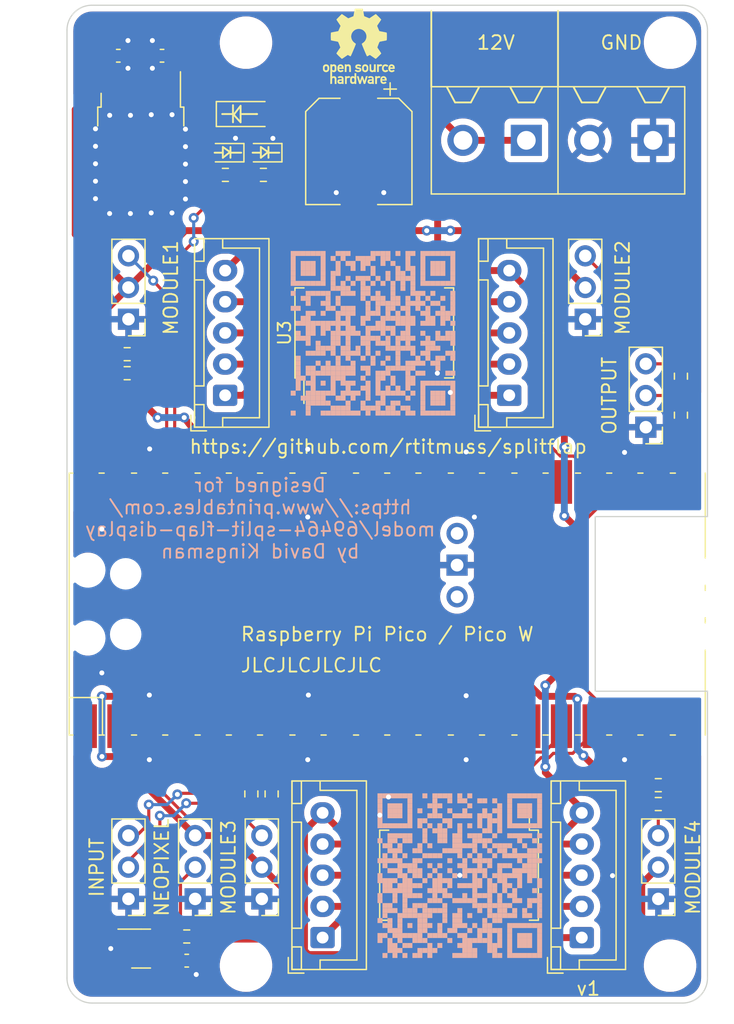
<source format=kicad_pcb>
(kicad_pcb (version 20211014) (generator pcbnew)
  (layers (0 "F.Cu" signal) (31 "B.Cu" signal) (34 "B.Paste" user) (35 "F.Paste" user) (36 "B.SilkS" user "B.Silkscreen") (37 "F.SilkS" user "F.Silkscreen") (38 "B.Mask" user) (39 "F.Mask" user) (44 "Edge.Cuts" user))
  (net 0 "")
  (net 1 "+12V")
  (net 2 "GND")
  (net 3 "+5V")
  (net 4 "Net-(D1-Pad2)")
  (net 5 "Net-(D2-Pad2)")
  (net 6 "/MOTOR_A_PHASE_A")
  (net 7 "/MOTOR_A_PHASE_B")
  (net 8 "/MOTOR_A_PHASE_C")
  (net 9 "/MOTOR_A_PHASE_D")
  (net 10 "/MOTOR_B_PHASE_A")
  (net 11 "/MOTOR_B_PHASE_B")
  (net 12 "/MOTOR_B_PHASE_C")
  (net 13 "/MOTOR_B_PHASE_D")
  (net 14 "/MOTOR_C_PHASE_A")
  (net 15 "/MOTOR_C_PHASE_B")
  (net 16 "/MOTOR_C_PHASE_C")
  (net 17 "/MOTOR_C_PHASE_D")
  (net 18 "/MOTOR_D_PHASE_A")
  (net 19 "/MOTOR_D_PHASE_B")
  (net 20 "/MOTOR_D_PHASE_C")
  (net 21 "/MOTOR_D_PHASE_D")
  (net 22 "/UART_RL_RX")
  (net 23 "/UART_RL_TX")
  (net 24 "/UART_LR_RX")
  (net 25 "/LED")
  (net 26 "/MOTOR_A_PHASE_A_P")
  (net 27 "/MOTOR_A_PHASE_B_P")
  (net 28 "/MOTOR_A_PHASE_C_P")
  (net 29 "/SENSOR_A")
  (net 30 "/SENSOR_B")
  (net 31 "/SENSOR_C")
  (net 32 "/SENSOR_D")
  (net 33 "/MOTOR_A_PHASE_D_P")
  (net 34 "/MOTOR_B_PHASE_A_P")
  (net 35 "/MOTOR_B_PHASE_B_P")
  (net 36 "/MOTOR_B_PHASE_C_P")
  (net 37 "/MOTOR_B_PHASE_D_P")
  (net 38 "/MOTOR_C_PHASE_A_P")
  (net 39 "/MOTOR_C_PHASE_B_P")
  (net 40 "/MOTOR_C_PHASE_C_P")
  (net 41 "/MOTOR_C_PHASE_D_P")
  (net 42 "/MOTOR_D_PHASE_A_P")
  (net 43 "/MOTOR_D_PHASE_B_P")
  (net 44 "/MOTOR_D_PHASE_C_P")
  (net 45 "/MOTOR_D_PHASE_D_P")
  (net 52 "/UART_LR_TX")
  (net 53 "Net-(J13-Pad2)")
  (net 54 "Net-(D5-Pad2)")
  (net 55 "+3.3V")
  (net 56 "Net-(J1-Pad2)")
  (net 57 "Net-(J1-Pad3)")
  (net 58 "Net-(J2-Pad2)")
  (net 59 "Net-(J2-Pad3)")
  (net 60 "Net-(R11-Pad1)")
  (net 61 "/NEOPIXEL")
  (footprint "Connector_PinHeader_2.54mm:PinHeader_1x03_P2.54mm_Vertical" (layer "F.Cu") (at 136.0565 121.651 180)
    (fp_text reference "J10" hide)
    (fp_text value "Sensor")
  )
  (footprint "Connector_JST:JST_XH_B5B-XH-A_1x05_P2.50mm_Vertical" (layer "F.Cu") (at 129.921 124.75125 90)
    (fp_text reference "J5" hide)
    (fp_text value "MOTOR")
  )
  (footprint "Package_SO:SOP-18_7x12.5mm_P1.27mm" (layer "F.Cu") (at 113.28425 76.27375 90)
    (fp_text reference "U3")
    (fp_text value "ULN2803A")
  )
  (footprint "Resistor_SMD:R_0603_1608Metric" (layer "F.Cu") (at 137.8712 79.7428 -90)
    (fp_text reference "R7" hide)
    (fp_text value "470")
  )
  (footprint "Library:RPi_PicoW_SMD_TH" (layer "F.Cu") (at 114.323 98.0125 90)
    (fp_text reference "U2" hide)
    (fp_text value "PicoW")
  )
  (footprint "Resistor_SMD:R_0603_1608Metric" (layer "F.Cu") (at 104.394 63.6016 180)
    (fp_text reference "R6" hide)
    (fp_text value "2.2k")
  )
  (footprint "Resistor_SMD:R_0603_1608Metric" (layer "F.Cu") (at 105.0544 113.2332 90)
    (fp_text reference "R9" hide)
    (fp_text value "470")
  )
  (footprint "Connector_PinHeader_2.54mm:PinHeader_1x03_P2.54mm_Vertical" (layer "F.Cu") (at 98.921 121.651 180)
    (fp_text reference "J13" hide)
    (fp_text value "Neopixel")
  )
  (footprint "Connector_PinHeader_2.54mm:PinHeader_1x03_P2.54mm_Vertical" (layer "F.Cu") (at 93.575 75.17375 180)
    (fp_text reference "J8" hide)
    (fp_text value "Sensor")
  )
  (footprint "Connector_PinHeader_2.54mm:PinHeader_1x03_P2.54mm_Vertical" (layer "F.Cu") (at 104.267 121.651 180)
    (fp_text reference "J9" hide)
    (fp_text value "Sensor")
  )
  (footprint "Resistor_SMD:R_0603_1608Metric" (layer "F.Cu") (at 137.8712 82.868 -90)
    (fp_text reference "R8" hide)
    (fp_text value "470")
  )
  (footprint "Resistor_SMD:R_0603_1608Metric" (layer "F.Cu") (at 93.472 79.502 180)
    (fp_text reference "R2" hide)
    (fp_text value "47k")
  )
  (footprint "Connector_PinHeader_2.54mm:PinHeader_1x03_P2.54mm_Vertical" (layer "F.Cu") (at 135.0565 83.8304 180)
    (fp_text reference "J2" hide)
    (fp_text value "UART_LR")
  )
  (footprint "Capacitor_SMD:C_0603_1608Metric" (layer "F.Cu") (at 92.7608 54.0512)
    (fp_text reference "C2" hide)
    (fp_text value "0.1uF")
  )
  (footprint "Diode_SMD:D_SOD-123" (layer "F.Cu") (at 102.87 58.7248)
    (fp_text reference "D5" hide)
    (fp_text value "B5819W")
  )
  (footprint "MountingHole:MountingHole_3.2mm_M3_ISO7380" (layer "F.Cu") (at 137 53)
    (fp_text reference "H4" hide)
    (fp_text value "MountingHole")
  )
  (footprint "Capacitor_SMD:CP_Elec_8x10" (layer "F.Cu") (at 112.0455 61.722 -90)
    (fp_text reference "C1" hide)
    (fp_text value "100uF")
  )
  (footprint "Library:ScrewTerminal-5.08-2P" (layer "F.Cu") (at 135.636 60.833 180)
    (fp_text reference "J12" hide)
    (fp_text value "Power")
  )
  (footprint "MountingHole:MountingHole_3.2mm_M3_ISO7380" (layer "F.Cu") (at 137 127)
    (fp_text reference "H3" hide)
    (fp_text value "MountingHole")
  )
  (footprint "LED_SMD:LED_0603_1608Metric" (layer "F.Cu") (at 104.394 61.8236 180)
    (fp_text reference "D2" hide)
    (fp_text value "LED")
  )
  (footprint "MountingHole:MountingHole_3.2mm_M3_ISO7380" (layer "F.Cu") (at 103 53)
    (fp_text reference "H1" hide)
    (fp_text value "MountingHole")
  )
  (footprint "MountingHole:MountingHole_3.2mm_M3_ISO7380" (layer "F.Cu") (at 103 127)
    (fp_text reference "H2" hide)
    (fp_text value "MountingHole")
  )
  (footprint "Package_SO:SC-74-6_1.5x2.9mm_P0.95mm" (layer "F.Cu") (at 94.5896 125.6332)
    (fp_text reference "U5" hide)
    (fp_text value "74HCT2G04GV")
  )
  (footprint "Resistor_SMD:R_0603_1608Metric" (layer "F.Cu") (at 103.4288 113.2332 90)
    (fp_text reference "R10" hide)
    (fp_text value "470")
  )
  (footprint "Resistor_SMD:R_0603_1608Metric" (layer "F.Cu") (at 93.472 77.978 180)
    (fp_text reference "R1" hide)
    (fp_text value "47k")
  )
  (footprint "Library:ScrewTerminal-5.08-2P" (layer "F.Cu") (at 125.476 60.833 180)
    (fp_text reference "J11" hide)
    (fp_text value "Power")
  )
  (footprint "Connector_JST:JST_XH_B5B-XH-A_1x05_P2.50mm_Vertical" (layer "F.Cu") (at 124.1044 81.27375 90)
    (fp_text reference "J4" hide)
    (fp_text value "MOTOR")
  )
  (footprint "Resistor_SMD:R_0603_1608Metric" (layer "F.Cu") (at 101.346 63.6016 180)
    (fp_text reference "R4" hide)
    (fp_text value "1.2k")
  )
  (footprint "Connector_PinHeader_2.54mm:PinHeader_1x03_P2.54mm_Vertical" (layer "F.Cu") (at 130.2004 75.17375 180)
    (fp_text reference "J7" hide)
    (fp_text value "Sensor")
  )
  (footprint "Package_TO_SOT_SMD:TO-252-2" (layer "F.Cu") (at 94.5625 60.638 -90)
    (fp_text reference "U1" hide)
    (fp_text value "MC7805BDTG")
  )
  (footprint "Resistor_SMD:R_0603_1608Metric" (layer "F.Cu") (at 98.2472 124.6632)
    (fp_text reference "R11" hide)
    (fp_text value "470")
  )
  (footprint "Resistor_SMD:R_0603_1608Metric" (layer "F.Cu") (at 136.0565 114.046)
    (fp_text reference "R3" hide)
    (fp_text value "47k")
  )
  (footprint "Package_SO:SOP-18_7x12.5mm_P1.27mm" (layer "F.Cu") (at 120.079 119.75125 -90)
    (fp_text reference "U4" hide)
    (fp_text value "ULN2803A")
  )
  (footprint "Connector_PinHeader_2.54mm:PinHeader_1x03_P2.54mm_Vertical" (layer "F.Cu") (at 93.575 121.651 180)
    (fp_text reference "J1" hide)
    (fp_text value "UART_RL")
  )
  (footprint "Capacitor_SMD:C_0603_1608Metric" (layer "F.Cu") (at 98.2472 126.6032 180)
    (fp_text reference "C4" hide)
    (fp_text value "0.1uF")
  )
  (footprint "Connector_JST:JST_XH_B5B-XH-A_1x05_P2.50mm_Vertical" (layer "F.Cu") (at 101.329 81.27375 90)
    (fp_text reference "J3" hide)
    (fp_text value "MOTOR")
  )
  (footprint "Connector_JST:JST_XH_B5B-XH-A_1x05_P2.50mm_Vertical" (layer "F.Cu") (at 109.14 124.75125 90)
    (fp_text reference "J6" hide)
    (fp_text value "MOTOR")
  )
  (footprint "Symbol:OSHW-Logo_5.7x6mm_SilkScreen" (layer "F.Cu") (at 112.038573 53.2892)
    (fp_text reference "REF**" hide)
    (fp_text value "OSHW-Logo_5.7x6mm_SilkScreen" hide)
  )
  (footprint "LED_SMD:LED_0603_1608Metric" (layer "F.Cu") (at 101.346 61.8236 180)
    (fp_text reference "D1" hide)
    (fp_text value "LED")
  )
  (footprint "Resistor_SMD:R_0603_1608Metric" (layer "F.Cu") (at 136.0565 112.53125)
    (fp_text reference "R5" hide)
    (fp_text value "47k")
  )
  (footprint "Capacitor_SMD:C_0603_1608Metric" (layer "F.Cu") (at 96.266 54.0512 180)
    (fp_text reference "C3" hide)
    (fp_text value "0.1uF")
  )
  (footprint "Library:github_qrcode" (layer "B.Cu") (at 120.142 119.7864 180)
    (fp_text reference "QR*****" hide)
    (fp_text value "github_qrcode" hide)
  )
  (footprint "Library:printables_qrcode" (layer "B.Cu") (at 113.1824 76.3016 180)
    (fp_text reference "QR*****" hide)
    (fp_text value "printables_qrcode" hide)
  )
  (gr_line (start 102.5652 59.3852) (end 102.0572 58.8264) (layer "F.SilkS") (width 0.15))
  (gr_line (start 102.5652 58.7248) (end 103.886 58.7248) (layer "F.SilkS") (width 0.15))
  (gr_line (start 101.1428 61.3664) (end 101.6508 61.722) (layer "F.SilkS") (width 0.15))
  (gr_line (start 104.6988 61.8236) (end 104.1908 62.23) (layer "F.SilkS") (width 0.15))
  (gr_line (start 117.856 56.533) (end 117.856 50.4444) (layer "F.SilkS") (width 0.15))
  (gr_line (start 101.6508 61.8236) (end 101.1428 62.23) (layer "F.SilkS") (width 0.15))
  (gr_line (start 104.1908 62.23) (end 104.1908 61.3664) (layer "F.SilkS") (width 0.15))
  (gr_line (start 103.886 58.7248) (end 103.7844 58.7248) (layer "F.SilkS") (width 0.15))
  (gr_line (start 128.016 56.533) (end 128.016 50.4444) (layer "F.SilkS") (width 0.15))
  (gr_line (start 104.8004 62.23) (end 104.8004 61.3664) (layer "F.SilkS") (width 0.15))
  (gr_line (start 105.664 61.8236) (end 104.6988 61.8236) (layer "F.SilkS") (width 0.15))
  (gr_line (start 101.9556 58.0136) (end 101.9556 59.3852) (layer "F.SilkS") (width 0.15))
  (gr_line (start 102.0572 58.7248) (end 102.5652 58.0644) (layer "F.SilkS") (width 0.15))
  (gr_line (start 101.1428 62.23) (end 101.1428 61.3664) (layer "F.SilkS") (width 0.15))
  (gr_line (start 101.7524 62.23) (end 101.7524 61.3664) (layer "F.SilkS") (width 0.15))
  (gr_line (start 102.5652 58.0644) (end 102.5652 59.3852) (layer "F.SilkS") (width 0.15))
  (gr_line (start 104.1908 61.8236) (end 103.5304 61.8236) (layer "F.SilkS") (width 0.15))
  (gr_line (start 104.1908 61.3664) (end 104.6988 61.722) (layer "F.SilkS") (width 0.15))
  (gr_line (start 102.616 61.8236) (end 101.6508 61.8236) (layer "F.SilkS") (width 0.15))
  (gr_line (start 101.1428 61.8236) (end 100.4824 61.8236) (layer "F.SilkS") (width 0.15))
  (gr_line (start 101.092 58.7248) (end 102.0572 58.7248) (layer "F.SilkS") (width 0.15))
  (gr_arc locked (start 140 128) (mid 139.414214 129.414214) (end 138 130) (layer "Edge.Cuts") (width 0.1))
  (gr_line locked (start 140 91) (end 131 91) (layer "Edge.Cuts") (width 0.1))
  (gr_line locked (start 131 91) (end 131 105) (layer "Edge.Cuts") (width 0.1))
  (gr_line locked (start 88.646 128) (end 88.646 52) (layer "Edge.Cuts") (width 0.1))
  (gr_arc locked (start 88.646 52) (mid 89.231786 50.585786) (end 90.646 50) (layer "Edge.Cuts") (width 0.1))
  (gr_arc locked (start 90.646 130) (mid 89.231786 129.414214) (end 88.646 128) (layer "Edge.Cuts") (width 0.1))
  (gr_arc locked (start 138 50) (mid 139.414214 50.585786) (end 140 52) (layer "Edge.Cuts") (width 0.1))
  (gr_line locked (start 140 105) (end 140 128) (layer "Edge.Cuts") (width 0.1))
  (gr_line locked (start 131 105) (end 140 105) (layer "Edge.Cuts") (width 0.1))
  (gr_line locked (start 90.646 50) (end 138 50) (layer "Edge.Cuts") (width 0.1))
  (gr_line locked (start 140 91) (end 140 52) (layer "Edge.Cuts") (width 0.1))
  (gr_line locked (start 90.646 130) (end 138 130) (layer "Edge.Cuts") (width 0.1))
  (gr_text "Designed for\nhttps://www.printables.com/\nmodel/69464-split-flap-display\nby David Kingsman\n" (at 104.14 91.1352) (layer "B.SilkS") (effects (font (size 1.1 1.1)) (justify mirror)))
  (gr_text "MODULE1" (at 96.9772 72.648751 90) (layer "F.SilkS") (effects (font (size 1.1 1.1))))
  (gr_text "MODULE4" (at 138.8364 119.126001 90) (layer "F.SilkS") (effects (font (size 1.1 1.1))))
  (gr_text "JLCJLCJLCJLC" (at 108.24681 102.9208) (layer "F.SilkS") (effects (font (size 1.1 1.1))))
  (gr_text "v1" (at 130.446 128.838125) (layer "F.SilkS") (effects (font (size 1.1 1.1))))
  (gr_text "OUTPUT" (at 132.1308 81.305401 90) (layer "F.SilkS") (effects (font (size 1.1 1.1))))
  (gr_text "MODULE2" (at 133.1976 72.648751 90) (layer "F.SilkS") (effects (font (size 1.1 1.1))))
  (gr_text "12V" (at 123.0376 53) (layer "F.SilkS") (effects (font (size 1.1 1.1))))
  (gr_text "MODULE3" (at 101.594 119.126 90) (layer "F.SilkS") (effects (font (size 1.1 1.1))))
  (gr_text "Raspberry Pi Pico / Pico W" (at 114.323 100.4316) (layer "F.SilkS") (effects (font (size 1.1 1.1))))
  (gr_text "GND" (at 133.096 53) (layer "F.SilkS") (effects (font (size 1.1 1.1))))
  (gr_text "NEOPIXEL" (at 96.248 119.126001 90) (layer "F.SilkS") (effects (font (size 1.1 1.1))))
  (gr_text "https://github.com/rtitmuss/splitflap" (at 114.4016 85.3948) (layer "F.SilkS") (effects (font (size 1.1 1.1))))
  (gr_text "INPUT" (at 91.0336 119.126001 90) (layer "F.SilkS") (effects (font (size 1.1 1.1))))
  (segment (start 102.295 59.7998) (end 110.7177 59.7998) (width 0.55) (layer "F.Cu") (net 1))
  (segment (start 102.454 70.14875) (end 117.503133 70.14875) (width 0.55) (layer "F.Cu") (net 1))
  (segment (start 129.54 101.9955) (end 129.54 91.948) (width 0.55) (layer "F.Cu") (net 1))
  (segment (start 118.36425 64.79075) (end 116.93135 63.35785) (width 0.55) (layer "F.Cu") (net 1))
  (segment (start 117.503133 70.14875) (end 118.36425 71.009867) (width 0.55) (layer "F.Cu") (net 1))
  (segment (start 113.41425 126.111) (end 114.999 124.52625) (width 0.55) (layer "F.Cu") (net 1))
  (segment (start 110.7177 59.7998) (end 112.0455 58.472) (width 0.55) (layer "F.Cu") (net 1))
  (segment (start 110.715 116.32625) (end 128.473 116.32625) (width 0.55) (layer "F.Cu") (net 1))
  (segment (start 128.473 116.32625) (end 130.048 114.75125) (width 0.55) (layer "F.Cu") (net 1))
  (segment (start 118.58925 71.27375) (end 124.1044 71.27375) (width 0.55) (layer "F.Cu") (net 1))
  (segment (start 108.002 126.111) (end 113.41425 126.111) (width 0.55) (layer "F.Cu") (net 1))
  (segment (start 107.69 125.799) (end 108.002 126.111) (width 0.55) (layer "F.Cu") (net 1))
  (segment (start 105.219 63.6016) (end 106.9159 63.6016) (width 0.55) (layer "F.Cu") (net 1))
  (segment (start 118.36425 71.009867) (end 118.36425 71.49875) (width 0.55) (layer "F.Cu") (net 1))
  (segment (start 109.14 114.75125) (end 110.715 116.32625) (width 0.55) (layer "F.Cu") (net 1))
  (segment (start 124.1044 71.27375) (end 128.524 75.69335) (width 0.55) (layer "F.Cu") (net 1))
  (segment (start 98.9332 56.438) (end 101.22 58.7248) (width 0.55) (layer "F.Cu") (net 1))
  (segment (start 96.8425 56.438) (end 98.9332 56.438) (width 0.55) (layer "F.Cu") (net 1))
  (segment (start 118.36425 71.49875) (end 118.36425 64.79075) (width 0.55) (layer "F.Cu") (net 1))
  (segment (start 127 111.51325) (end 130.238 114.75125) (width 0.55) (layer "F.Cu") (net 1))
  (segment (start 129.54 91.948) (end 128.524 90.932) (width 0.55) (layer "F.Cu") (net 1))
  (segment (start 128.524 75.69335) (end 128.524 85.423) (width 0.55) (layer "F.Cu") (net 1))
  (segment (start 101.329 71.27375) (end 102.454 70.14875) (width 0.55) (layer "F.Cu") (net 1))
  (segment (start 101.22 58.7248) (end 102.295 59.7998) (width 0.55) (layer "F.Cu") (net 1))
  (segment (start 106.9159 63.6016) (end 112.0455 58.472) (width 0.55) (layer "F.Cu") (net 1))
  (segment (start 116.93135 63.35785) (end 112.0455 58.472) (width 0.55) (layer "F.Cu") (net 1))
  (segment (start 97.041 56.2395) (end 96.8425 56.438) (width 0.55) (layer "F.Cu") (net 1))
  (segment (start 127 111.052) (end 127 111.51325) (width 0.55) (layer "F.Cu") (net 1))
  (segment (start 118.36425 71.49875) (end 118.58925 71.27375) (width 0.55) (layer "F.Cu") (net 1))
  (segment (start 109.14 114.75125) (end 107.69 116.20125) (width 0.55) (layer "F.Cu") (net 1))
  (segment (start 127 104.5355) (end 129.54 101.9955) (width 0.55) (layer "F.Cu") (net 1))
  (segment (start 107.69 116.20125) (end 107.69 125.799) (width 0.55) (layer "F.Cu") (net 1))
  (segment (start 97.041 54.0512) (end 97.041 56.2395) (width 0.55) (layer "F.Cu") (net 1))
  (via (at 128.524 85.423) (size 0.8) (drill 0.4) (layers "F.Cu" "B.Cu") (net 1))
  (via (at 127 104.5355) (size 0.8) (drill 0.4) (layers "F.Cu" "B.Cu") (net 1))
  (via (at 128.524 90.932) (size 0.8) (drill 0.4) (layers "F.Cu" "B.Cu") (net 1))
  (via (at 127 111.052) (size 0.8) (drill 0.4) (layers "F.Cu" "B.Cu") (net 1))
  (segment (start 127 104.5355) (end 127 111.052) (width 0.55) (layer "B.Cu") (net 1))
  (segment (start 128.524 85.423) (end 128.524 90.932) (width 0.55) (layer "B.Cu") (net 1))
  (segment (start 120.673 89.1225) (end 120.673 90.3962) (width 0.55) (layer "F.Cu") (net 2))
  (segment (start 105.1815 61.8236) (end 105.1815 60.6998) (width 0.55) (layer "F.Cu") (net 2))
  (segment (start 120.673 106.9025) (end 120.673 105.3822) (width 0.55) (layer "F.Cu") (net 2))
  (segment (start 120.673 106.9025) (end 120.673 110.467) (width 0.55) (layer "F.Cu") (net 2))
  (segment (start 113.77025 114.97625) (end 113.729 114.935) (width 0.55) (layer "F.Cu") (net 2))
  (segment (start 107.973 105.3362) (end 108.0008 105.3084) (width 0.55) (layer "F.Cu") (net 2))
  (segment (start 95.273 105.3314) (end 95.25 105.3084) (width 0.55) (layer "F.Cu") (net 2))
  (segment (start 107.973 106.9025) (end 107.973 110.467) (width 0.55) (layer "F.Cu") (net 2))
  (segment (start 102.1335 60.687413) (end 102.157491 60.663422) (width 0.55) (layer "F.Cu") (net 2))
  (segment (start 120.673 85.8375) (end 120.65 85.8145) (width 0.55) (layer "F.Cu") (net 2))
  (segment (start 133.373 110.467) (end 133.35 110.49) (width 0.55) (layer "F.Cu") (net 2))
  (segment (start 92.156 125.6332) (end 93.4521 125.6332) (width 0.55) (layer "F.Cu") (net 2))
  (segment (start 93.5358 54.8262) (end 93.5358 54.0004) (width 0.55) (layer "F.Cu") (net 2))
  (segment (start 99.0222 126.6032) (end 99.0222 127.6982) (width 0.55) (layer "F.Cu") (net 2))
  (segment (start 110.288 64.972) (end 110.236 65.024) (width 0.55) (layer "F.Cu") (net 2))
  (segment (start 120.673 90.3962) (end 121.3104 91.0336) (width 0.55) (layer "F.Cu") (net 2))
  (segment (start 102.1335 61.8236) (end 102.1335 60.687413) (width 0.55) (layer "F.Cu") (net 2))
  (segment (start 93.5358 52.845) (end 93.5228 52.832) (width 0.55) (layer "F.Cu") (net 2))
  (segment (start 114.999 114.97625) (end 114.999 114.0546) (width 0.55) (layer "F.Cu") (net 2))
  (segment (start 99.0222 127.6982) (end 99.0092 127.7112) (width 0.55) (layer "F.Cu") (net 2))
  (segment (start 95.491 52.845) (end 95.504 52.832) (width 0.55) (layer "F.Cu") (net 2))
  (segment (start 95.273 106.9025) (end 95.273 110.467) (width 0.55) (layer "F.Cu") (net 2))
  (segment (start 119.38 81.04875) (end 118.36425 81.04875) (width 0.55) (layer "F.Cu") (net 2))
  (segment (start 133.373 89.1225) (end 133.373 85.875) (width 0.55) (layer "F.Cu") (net 2))
  (segment (start 95.491 54.0512) (end 95.491 52.845) (width 0.55) (layer "F.Cu") (net 2))
  (segment (start 107.973 85.621) (end 107.95 85.598) (width 0.55) (layer "F.Cu") (net 2))
  (segment (start 107.973 89.1225) (end 107.973 91.0106) (width 0.55) (layer "F.Cu") (net 2))
  (segment (start 120.673 89.1225) (end 120.673 85.8375) (width 0.55) (layer "F.Cu") (net 2))
  (segment (start 120.673 110.467) (end 120.65 110.49) (width 0.55) (layer "F.Cu") (net 2))
  (segment (start 93.7768 55.0672) (end 93.5358 54.8262) (width 0.55) (layer "F.Cu") (net 2))
  (segment (start 112.0455 64.972) (end 110.288 64.972) (width 0.55) (layer "F.Cu") (net 2))
  (segment (start 118.36425 81.04875) (end 118.36425 79.525) (width 0.55) (layer "F.Cu") (net 2))
  (segment (start 95.273 85.575) (end 95.273 89.1225) (width 0.55) (layer "F.Cu") (net 2))
  (segment (start 107.973 106.9025) (end 107.973 105.3362) (width 0.55) (layer "F.Cu") (net 2))
  (segment (start 107.973 91.0106) (end 107.95 91.0336) (width 0.55) (layer "F.Cu") (net 2))
  (segment (start 112.0455 64.972) (end 113.994 64.972) (width 0.55) (layer "F.Cu") (net 2))
  (segment (start 107.973 110.467) (end 107.95 110.49) (width 0.55) (layer "F.Cu") (net 2))
  (segment (start 133.373 106.9025) (end 133.373 110.467) (width 0.55) (layer "F.Cu") (net 2))
  (segment (start 105.1815 60.6998) (end 105.156 60.6743) (width 0.55) (layer "F.Cu") (net 2))
  (segment (start 114.999 114.0546) (end 114.4232 113.4788) (width 0.55) (layer "F.Cu") (net 2))
  (segment (start 93.4521 126.5832) (end 93.4521 125.6332) (width 0.55) (layer "F.Cu") (net 2))
  (segment (start 95.273 110.467) (end 95.25 110.49) (width 0.55) (layer "F.Cu") (net 2))
  (segment (start 107.973 89.1225) (end 107.973 85.621) (width 0.55) (layer "F.Cu") (net 2))
  (segment (start 120.673 105.3822) (end 120.65 105.3592) (width 0.55) (layer "F.Cu") (net 2))
  (segment (start 95.491 55.0542) (end 95.491 54.0512) (width 0.55) (layer "F.Cu") (net 2))
  (segment (start 114.999 114.97625) (end 113.77025 114.97625) (width 0.55) (layer "F.Cu") (net 2))
  (segment (start 93.5358 54.0004) (end 93.5358 52.845) (width 0.55) (layer "F.Cu") (net 2))
  (segment (start 133.373 85.875) (end 133.35 85.852) (width 0.55) (layer "F.Cu") (net 2))
  (segment (start 95.273 106.9025) (end 95.273 105.3314) (width 0.55) (layer "F.Cu") (net 2))
  (segment (start 113.994 64.972) (end 114.046 65.024) (width 0.55) (layer "F.Cu") (net 2))
  (via (at 93.5358 55.0542) (size 0.8) (drill 0.4) (layers "F.Cu" "B.Cu") (net 2))
  (via (at 95.491 55.0542) (size 0.8) (drill 0.4) (layers "F.Cu" "B.Cu") (net 2))
  (via (at 95.273 85.575) (size 0.8) (drill 0.4) (layers "F.Cu" "B.Cu") (net 2))
  (via (at 90.932 65.509602) (size 0.8) (drill 0.4) (layers "F.Cu" "B.Cu") (net 2))
  (via (at 120.65 110.49) (size 0.8) (drill 0.4) (layers "F.Cu" "B.Cu") (net 2))
  (via (at 120.142 119.761) (size 0.8) (drill 0.4) (layers "F.Cu" "B.Cu") (net 2))
  (via (at 121.3104 91.0336) (size 0.8) (drill 0.4) (layers "F.Cu" "B.Cu") (net 2))
  (via (at 95.491 52.832) (size 0.8) (drill 0.4) (layers "F.Cu" "B.Cu") (net 2))
  (via (at 108.0008 105.3084) (size 0.8) (drill 0.4) (layers "F.Cu" "B.Cu") (net 2))
  (via (at 114.4232 113.4788) (size 0.8) (drill 0.4) (layers "F.Cu" "B.Cu") (net 2))
  (via (at 133.35 85.852) (size 0.8) (drill 0.4) (layers "F.Cu" "B.Cu") (net 2))
  (via (at 98.1456 62.737998) (size 0.8) (drill 0.4) (layers "F.Cu" "B.Cu") (net 2))
  (via (at 98.1456 64.137997) (size 0.8) (drill 0.4) (layers "F.Cu" "B.Cu") (net 2))
  (via (at 118.34125 79.502) (size 0.8) (drill 0.4) (layers "F.Cu" "B.Cu") (net 2))
  (via (at 98.1456 61.337999) (size 0.8) (drill 0.4) (layers "F.Cu" "B.Cu") (net 2))
  (via (at 132.3848 119.7864) (size 0.8) (drill 0.4) (layers "F.Cu" "B.Cu") (net 2))
  (via (at 95.4024 58.7756) (size 0.8) (drill 0.4) (layers "F.Cu" "B.Cu") (net 2))
  (via (at 93.729166 66.7004) (size 0.8) (drill 0.4) (layers "F.Cu" "B.Cu") (net 2))
  (via (at 93.735734 58.8264) (size 0.8) (drill 0.4) (layers "F.Cu" "B.Cu") (net 2))
  (via (at 113.729 114.935) (size 0.8) (drill 0.4) (layers "F.Cu" "B.Cu") (net 2))
  (via (at 105.156 60.6743) (size 0.8) (drill 0.4) (layers "F.Cu" "B.Cu") (net 2))
  (via (at 110.236 65.024) (size 0.8) (drill 0.4) (layers "F.Cu" "B.Cu") (net 2))
  (via (at 93.5358 52.832) (size 0.8) (drill 0.4) (layers "F.Cu" "B.Cu") (net 2))
  (via (at 97.069067 58.7756) (size 0.8) (drill 0.4) (layers "F.Cu" "B.Cu") (net 2))
  (via (at 107.95 91.0336) (size 0.8) (drill 0.4) (layers "F.Cu" "B.Cu") (net 2))
  (via (at 120.65 105.3592) (size 0.8) (drill 0.4) (layers "F.Cu" "B.Cu") (net 2))
  (via (at 95.25 105.3084) (size 0.8) (drill 0.4) (layers "F.Cu" "B.Cu") (net 2))
  (via (at 133.35 110.49) (size 0.8) (drill 0.4) (layers "F.Cu" "B.Cu") (net 2))
  (via (at 90.932 59.909603) (size 0.8) (drill 0.4) (layers "F.Cu" "B.Cu") (net 2))
  (via (at 98.1456 59.938) (size 0.8) (drill 0.4) (layers "F.Cu" "B.Cu") (net 2))
  (via (at 90.932 64.1096) (size 0.8) (drill 0.4) (layers "F.Cu" "B.Cu") (net 2))
  (via (at 92.156 125.6332) (size 0.8) (drill 0.4) (layers "F.Cu" "B.Cu") (net 2))
  (via (at 102.157491 60.663422) (size 0.8) (drill 0.4) (layers "F.Cu" "B.Cu") (net 2))
  (via (at 97.062499 66.6496) (size 0.8) (drill 0.4) (layers "F.Cu" "B.Cu") (net 2))
  (via (at 91.44 91.9988) (size 0.8) (drill 0.4) (layers "F.Cu" "B.Cu") (net 2))
  (via (at 99.0092 127.7112) (size 0.8) (drill 0.4) (layers "F.Cu" "B.Cu") (net 2))
  (via (at 114.046 65.024) (size 0.8) (drill 0.4) (layers "F.Cu" "B.Cu") (net 2))
  (via (at 120.65 85.8145) (size 0.8) (drill 0.4) (layers "F.Cu" "B.Cu") (net 2))
  (via (at 107.95 110.49) (size 0.8) (drill 0.4) (layers "F.Cu" "B.Cu") (net 2))
  (via (at 95.25 110.49) (size 0.8) (drill 0.4) (layers "F.Cu" "B.Cu") (net 2))
  (via (at 98.1456 65.537999) (size 0.8) (drill 0.4) (layers "F.Cu" "B.Cu") (net 2))
  (via (at 95.395832 66.6496) (size 0.8) (drill 0.4) (layers "F.Cu" "B.Cu") (net 2))
  (via (at 90.932 62.709601) (size 0.8) (drill 0.4) (layers "F.Cu" "B.Cu") (net 2))
  (via (at 119.38 81.04875) (size 0.8) (drill 0.4) (layers "F.Cu" "B.Cu") (net 2))
  (via (at 107.95 85.598) (size 0.8) (drill 0.4) (layers "F.Cu" "B.Cu") (net 2))
  (via (at 92.0625 66.7004) (size 0.8) (drill 0.4) (layers "F.Cu" "B.Cu") (net 2))
  (via (at 91.44 103.5304) (size 0.8) (drill 0.4) (layers "F.Cu" "B.Cu") (net 2))
  (via (at 90.932 61.309602) (size 0.8) (drill 0.4) (layers "F.Cu" "B.Cu") (net 2))
  (via (at 92.069068 58.8264) (size 0.8) (drill 0.4) (layers "F.Cu" "B.Cu") (net 2))
  (segment (start 102.4128 68.072) (end 109.22 68.072) (width 0.55) (layer "F.Cu") (net 3))
  (segment (start 100.372201 124.874999) (end 105.705339 124.874999) (width 0.55) (layer "F.Cu") (net 3))
  (segment (start 109.22 68.072) (end 117.48975 68.072) (width 0.55) (layer "F.Cu") (net 3))
  (segment (start 93.575 72.63375) (end 98.13675 68.072) (width 0.55) (layer "F.Cu") (net 3))
  (segment (start 90.678 85.1575) (end 92.733 87.2125) (width 0.55) (layer "F.Cu") (net 3))
  (segment (start 106.94 126.10966) (end 107.70334 126.873) (width 0.55) (layer "F.Cu") (net 3))
  (segment (start 130.937 126.873) (end 134.7315 123.0785) (width 0.55) (layer "F.Cu") (net 3))
  (segment (start 91.9858 54.0004) (end 91.9858 56.1413) (width 0.55) (layer "F.Cu") (net 3))
  (segment (start 106.94 121.784) (end 106.94 126.10966) (width 0.55) (layer "F.Cu") (net 3))
  (segment (start 91.2376 56.438) (end 89.3064 58.3692) (width 0.55) (layer "F.Cu") (net 3))
  (segment (start 89.3064 68.36515) (end 93.575 72.63375) (width 0.55) (layer "F.Cu") (net 3))
  (segment (start 92.964 105.41) (end 94.996 103.378) (width 0.55) (layer "F.Cu") (net 3))
  (segment (start 98.569929 125.590522) (end 98.592606 125.6132) (width 0.55) (layer "F.Cu") (net 3))
  (segment (start 92.2825 56.438) (end 91.2376 56.438) (width 0.55) (layer "F.Cu") (net 3))
  (segment (start 91.44 105.41) (end 92.964 105.41) (width 0.55) (layer "F.Cu") (net 3))
  (segment (start 98.592606 125.6132) (end 99.634 125.6132) (width 0.55) (layer "F.Cu") (net 3))
  (segment (start 98.13675 68.072) (end 102.4128 68.072) (width 0.55) (layer "F.Cu") (net 3))
  (segment (start 107.70334 126.873) (end 130.937 126.873) (width 0.55) (layer "F.Cu") (net 3))
  (segment (start 125.63865 68.072) (end 130.2004 72.63375) (width 0.55) (layer "F.Cu") (net 3))
  (segment (start 94.996 92.71) (end 92.733 90.447) (width 0.55) (layer "F.Cu") (net 3))
  (segment (start 105.705339 124.874999) (end 107.70334 126.873) (width 0.55) (layer "F.Cu") (net 3))
  (segment (start 92.733 90.447) (end 92.733 89.1225) (width 0.55) (layer "F.Cu") (net 3))
  (segment (start 101.727 116.571) (end 104.267 119.111) (width 0.55) (layer "F.Cu") (net 3))
  (segment (start 95.7271 125.6332) (end 96.5022 125.6332) (width 0.55) (layer "F.Cu") (net 3))
  (segment (start 99.634 125.6132) (end 100.372201 124.874999) (width 0.55) (layer "F.Cu") (net 3))
  (segment (start 96.5022 125.6332) (end 97.4722 126.6032) (width 0.55) (layer "F.Cu") (net 3))
  (segment (start 119.38 68.072) (end 125.63865 68.072) (width 0.55) (layer "F.Cu") (net 3))
  (segment (start 91.9858 56.1413) (end 92.2825 56.438) (width 0.55) (layer "F.Cu") (net 3))
  (segment (start 94.996 103.378) (end 94.996 92.71) (width 0.55) (layer "F.Cu") (net 3))
  (segment (start 134.7315 120.436) (end 136.0565 119.111) (width 0.55) (layer "F.Cu") (net 3))
  (segment (start 90.678 75.53075) (end 90.678 85.1575) (width 0.55) (layer "F.Cu") (net 3))
  (segment (start 92.586 110.236) (end 98.921 116.571) (width 0.55) (layer "F.Cu") (net 3))
  (segment (start 93.575 72.63375) (end 90.678 75.53075) (width 0.55) (layer "F.Cu") (net 3))
  (segment (start 89.3064 58.3692) (end 89.3064 68.36515) (width 0.55) (layer "F.Cu") (net 3))
  (segment (start 104.267 119.111) (end 106.94 121.784) (width 0.55) (layer "F.Cu") (net 3))
  (segment (start 134.7315 123.0785) (end 134.7315 120.436) (width 0.55) (layer "F.Cu") (net 3))
  (segment (start 97.557251 126.6032) (end 98.569929 125.590522) (width 0.55) (layer "F.Cu") (net 3))
  (segment (start 98.921 116.571) (end 101.727 116.571) (width 0.55) (layer "F.Cu") (net 3))
  (segment (start 97.4722 126.6032) (end 97.557251 126.6032) (width 0.55) (layer "F.Cu") (net 3))
  (segment (start 91.449928 110.236) (end 92.586 110.236) (width 0.55) (layer "F.Cu") (net 3))
  (via (at 119.38 68.072) (size 0.8) (drill 0.4) (layers "F.Cu" "B.Cu") (net 3))
  (via (at 117.48975 68.072) (size 0.8) (drill 0.4) (layers "F.Cu" "B.Cu") (net 3))
  (via (at 91.44 105.41) (size 0.8) (drill 0.4) (layers "F.Cu" "B.Cu") (net 3))
  (via (at 91.449928 110.236) (size 0.8) (drill 0.4) (layers "F.Cu" "B.Cu") (net 3))
  (segment (start 91.449928 105.419928) (end 91.44 105.41) (width 0.55) (layer "B.Cu") (net 3))
  (segment (start 91.449928 110.236) (end 91.449928 105.419928) (width 0.55) (layer "B.Cu") (net 3))
  (segment (start 117.48975 68.072) (end 119.38 68.072) (width 0.55) (layer "B.Cu") (net 3))
  (segment (start 100.5585 61.8236) (end 100.5585 63.5641) (width 0.25) (layer "F.Cu") (net 4))
  (segment (start 100.5585 63.5641) (end 100.521 63.6016) (width 0.25) (layer "F.Cu") (net 4))
  (segment (start 103.6065 63.5641) (end 103.569 63.6016) (width 0.25) (layer "F.Cu") (net 5))
  (segment (start 103.6065 61.8236) (end 103.6065 63.5641) (width 0.25) (layer "F.Cu") (net 5))
  (segment (start 112.01425 72.03415) (end 102.77465 81.27375) (width 0.55) (layer "F.Cu") (net 6))
  (segment (start 102.77465 81.27375) (end 101.329 81.27375) (width 0.55) (layer "F.Cu") (net 6))
  (segment (start 112.01425 71.49875) (end 112.01425 72.03415) (width 0.55) (layer "F.Cu") (net 6))
  (segment (start 103.958133 78.77375) (end 101.329 78.77375) (width 0.55) (layer "F.Cu") (net 7))
  (segment (start 110.74425 71.49875) (end 110.74425 71.987633) (width 0.55) (layer "F.Cu") (net 7))
  (segment (start 110.74425 71.987633) (end 103.958133 78.77375) (width 0.55) (layer "F.Cu") (net 7))
  (segment (start 109.47425 71.49875) (end 109.47425 71.987633) (width 0.55) (layer "F.Cu") (net 8))
  (segment (start 109.47425 71.987633) (end 108.613133 72.84875) (width 0.55) (layer "F.Cu") (net 8))
  (segment (start 108.613133 72.84875) (end 108.60885 72.84875) (width 0.55) (layer "F.Cu") (net 8))
  (segment (start 108.60885 72.84875) (end 105.18385 76.27375) (width 0.55) (layer "F.Cu") (net 8))
  (segment (start 105.18385 76.27375) (end 101.329 76.27375) (width 0.55) (layer "F.Cu") (net 8))
  (segment (start 101.329 73.77375) (end 105.92925 73.77375) (width 0.55) (layer "F.Cu") (net 9))
  (segment (start 105.92925 73.77375) (end 108.20425 71.49875) (width 0.55) (layer "F.Cu") (net 9))
  (segment (start 122.17389 81.27375) (end 113.28425 72.38411) (width 0.55) (layer "F.Cu") (net 10))
  (segment (start 124.1044 81.27375) (end 122.17389 81.27375) (width 0.55) (layer "F.Cu") (net 10))
  (segment (start 113.28425 72.38411) (end 113.28425 71.49875) (width 0.55) (layer "F.Cu") (net 10))
  (segment (start 114.55425 72.33945) (end 114.55425 71.49875) (width 0.55) (layer "F.Cu") (net 11))
  (segment (start 124.1044 78.77375) (end 120.98855 78.77375) (width 0.55) (layer "F.Cu") (net 11))
  (segment (start 120.98855 78.77375) (end 114.55425 72.33945) (width 0.55) (layer "F.Cu") (net 11))
  (segment (start 115.82425 71.49875) (end 115.82425 72.08545) (width 0.55) (layer "F.Cu") (net 12))
  (segment (start 115.82425 72.08545) (end 120.01255 76.27375) (width 0.55) (layer "F.Cu") (net 12))
  (segment (start 120.01255 76.27375) (end 124.1044 76.27375) (width 0.55) (layer "F.Cu") (net 12))
  (segment (start 117.09425 71.49875) (end 117.09425 71.987633) (width 0.55) (layer "F.Cu") (net 13))
  (segment (start 118.880367 73.77375) (end 124.1044 73.77375) (width 0.55) (layer "F.Cu") (net 13))
  (segment (start 117.09425 71.987633) (end 118.880367 73.77375) (width 0.55) (layer "F.Cu") (net 13))
  (segment (start 130.048 124.75125) (end 125.384 124.75125) (width 0.55) (layer "F.Cu") (net 14))
  (segment (start 125.384 124.75125) (end 125.159 124.52625) (width 0.55) (layer "F.Cu") (net 14))
  (segment (start 130.048 122.25125) (end 125.46275 122.25125) (width 0.55) (layer "F.Cu") (net 15))
  (segment (start 125.46275 122.25125) (end 124.016 123.698) (width 0.55) (layer "F.Cu") (net 15))
  (segment (start 130.048 119.75125) (end 126.839 119.75125) (width 0.55) (layer "F.Cu") (net 16))
  (segment (start 126.839 119.75125) (end 122.619 123.97125) (width 0.55) (layer "F.Cu") (net 16))
  (segment (start 130.048 117.25125) (end 128.135117 117.25125) (width 0.55) (layer "F.Cu") (net 17))
  (segment (start 128.135117 117.25125) (end 121.349 124.037367) (width 0.55) (layer "F.Cu") (net 17))
  (segment (start 116.269 123.698) (end 116.269 124.52625) (width 0.55) (layer "F.Cu") (net 18))
  (segment (start 115.74725 123.17625) (end 116.269 123.698) (width 0.55) (layer "F.Cu") (net 18))
  (segment (start 110.715 123.17625) (end 115.74725 123.17625) (width 0.55) (layer "F.Cu") (net 18))
  (segment (start 109.14 124.75125) (end 110.715 123.17625) (width 0.55) (layer "F.Cu") (net 18))
  (segment (start 115.88291 122.25125) (end 109.14 122.25125) (width 0.55) (layer "F.Cu") (net 19))
  (segment (start 117.539 123.90734) (end 115.88291 122.25125) (width 0.55) (layer "F.Cu") (net 19))
  (segment (start 117.539 124.52625) (end 117.539 123.90734) (width 0.55) (layer "F.Cu") (net 19))
  (segment (start 114.522883 119.75125) (end 109.14 119.75125) (width 0.55) (layer "F.Cu") (net 20))
  (segment (start 118.809 124.037367) (end 114.522883 119.75125) (width 0.55) (layer "F.Cu") (net 20))
  (segment (start 120.079 124.037367) (end 113.292883 117.25125) (width 0.55) (layer "F.Cu") (net 21))
  (segment (start 113.292883 117.25125) (end 109.14 117.25125) (width 0.55) (layer "F.Cu") (net 21))
  (segment (start 105.0544 112.4082) (end 105.0544 107.2811) (width 0.25) (layer "F.Cu") (net 22))
  (segment (start 105.0544 107.2811) (end 105.433 106.9025) (width 0.25) (layer "F.Cu") (net 22))
  (segment (start 103.4288 112.4082) (end 103.4288 107.4383) (width 0.25) (layer "F.Cu") (net 23))
  (segment (start 103.4288 107.4383) (end 102.893 106.9025) (width 0.25) (layer "F.Cu") (net 23))
  (segment (start 135.913 85.6512) (end 137.8712 83.693) (width 0.25) (layer "F.Cu") (net 24))
  (segment (start 135.913 89.1225) (end 135.913 85.6512) (width 0.25) (layer "F.Cu") (net 24))
  (segment (start 100.0252 65.7474) (end 100.0252 65.8876) (width 0.25) (layer "F.Cu") (net 25))
  (segment (start 97.282 70.4705) (end 97.282 84.074) (width 0.25) (layer "F.Cu") (net 25))
  (segment (start 98.806 68.9465) (end 97.282 70.4705) (width 0.25) (layer "F.Cu") (net 25))
  (segment (start 99.9744 65.8876) (end 98.806 67.056) (width 0.25) (layer "F.Cu") (net 25))
  (segment (start 100.0252 65.8876) (end 99.9744 65.8876) (width 0.25) (layer "F.Cu") (net 25))
  (segment (start 96.903 103.60675) (end 100.19875 106.9025) (width 0.25) (layer "F.Cu") (net 25))
  (segment (start 97.282 84.074) (end 98.988 85.78) (width 0.25) (layer "F.Cu") (net 25))
  (segment (start 98.988 90.2975) (end 96.903 92.3825) (width 0.25) (layer "F.Cu") (net 25))
  (segment (start 96.903 92.3825) (end 96.903 103.60675) (width 0.25) (layer "F.Cu") (net 25))
  (segment (start 98.988 85.78) (end 98.988 90.2975) (width 0.25) (layer "F.Cu") (net 25))
  (segment (start 102.171 63.6016) (end 100.0252 65.7474) (width 0.25) (layer "F.Cu") (net 25))
  (via (at 98.806 67.056) (size 0.8) (drill 0.4) (layers "F.Cu" "B.Cu") (net 25))
  (via (at 98.806 68.9465) (size 0.8) (drill 0.4) (layers "F.Cu" "B.Cu") (net 25))
  (segment (start 98.806 68.9465) (end 98.806 67.056) (width 0.25) (layer "B.Cu") (net 25))
  (segment (start 105.433 83.82) (end 108.20425 81.04875) (width 0.25) (layer "F.Cu") (net 26))
  (segment (start 105.433 89.1225) (end 105.433 83.82) (width 0.25) (layer "F.Cu") (net 26))
  (segment (start 110.513 83.0297) (end 109.47425 81.99095) (width 0.25) (layer "F.Cu") (net 27))
  (segment (start 110.513 89.1225) (end 110.513 83.0297) (width 0.25) (layer "F.Cu") (net 27))
  (segment (start 109.47425 81.99095) (end 109.47425 81.04875) (width 0.25) (layer "F.Cu") (net 27))
  (segment (start 113.053 83.634251) (end 110.74425 81.325501) (width 0.25) (layer "F.Cu") (net 28))
  (segment (start 110.74425 81.325501) (end 110.74425 81.04875) (width 0.25) (layer "F.Cu") (net 28))
  (segment (start 113.053 89.1225) (end 113.053 83.634251) (width 0.25) (layer "F.Cu") (net 28))
  (segment (start 135.913 106.9025) (end 135.913 111.56275) (width 0.25) (layer "F.Cu") (net 29))
  (segment (start 130.302 91.186) (end 131.1905 90.2975) (width 0.25) (layer "F.Cu") (net 29))
  (segment (start 132.198 72.09135) (end 132.198 90.052) (width 0.25) (layer "F.Cu") (net 29))
  (segment (start 134.6745 105.664) (end 131.064 105.664) (width 0.25) (layer "F.Cu") (net 29))
  (segment (start 131.064 105.664) (end 130.302 104.902) (width 0.25) (layer "F.Cu") (net 29))
  (segment (start 131.9525 90.2975) (end 132.198 90.052) (width 0.25) (layer "F.Cu") (net 29))
  (segment (start 131.1905 90.2975) (end 131.9525 90.2975) (width 0.25) (layer "F.Cu") (net 29))
  (segment (start 130.2004 70.09375) (end 132.198 72.09135) (width 0.25) (layer "F.Cu") (net 29))
  (segment (start 135.913 106.9025) (end 134.6745 105.664) (width 0.25) (layer "F.Cu") (net 29))
  (segment (start 130.302 104.902) (end 130.302 91.186) (width 0.25) (layer "F.Cu") (net 29))
  (segment (start 135.913 111.56275) (end 136.8815 112.53125) (width 0.25) (layer "F.Cu") (net 29))
  (segment (start 96.266 90.2975) (end 96.266 105.3555) (width 0.25) (layer "F.Cu") (net 30))
  (segment (start 96.638 73.27) (end 96.638 85.988) (width 0.25) (layer "F.Cu") (net 30))
  (segment (start 96.638 89.9255) (end 96.266 90.2975) (width 0.25) (layer "F.Cu") (net 30))
  (segment (start 92.647 77.978) (end 93.572 78.903) (width 0.25) (layer "F.Cu") (net 30))
  (segment (start 95.560625 72.079375) (end 96.638 73.27) (width 0.25) (layer "F.Cu") (net 30))
  (segment (start 93.572 78.903) (end 93.572 82.704) (width 0.25) (layer "F.Cu") (net 30))
  (segment (start 93.626 82.704) (end 96.638 85.716) (width 0.25) (layer "F.Cu") (net 30))
  (segment (start 93.572 82.704) (end 93.626 82.704) (width 0.25) (layer "F.Cu") (net 30))
  (segment (start 96.638 85.716) (end 96.638 85.988) (width 0.25) (layer "F.Cu") (net 30))
  (segment (start 96.266 105.3555) (end 97.813 106.9025) (width 0.25) (layer "F.Cu") (net 30))
  (segment (start 96.638 85.988) (end 96.638 89.9255) (width 0.25) (layer "F.Cu") (net 30))
  (via (at 95.560625 72.079375) (size 0.8) (drill 0.4) (layers "F.Cu" "B.Cu") (net 30))
  (segment (start 95.560625 72.079375) (end 93.575 70.09375) (width 0.25) (layer "B.Cu") (net 30))
  (segment (start 92.733 106.9025) (end 92.733 109.534472) (width 0.25) (layer "F.Cu") (net 31))
  (segment (start 93.908 84.002) (end 93.908 90.4795) (width 0.25) (layer "F.Cu") (net 31))
  (segment (start 98.311328 115.1128) (end 102.8088 115.1128) (width 0.25) (layer "F.Cu") (net 31))
  (segment (start 95.758 103.632) (end 92.733 106.657) (width 0.25) (layer "F.Cu") (net 31))
  (segment (start 102.8088 115.1128) (end 104.267 116.571) (width 0.25) (layer "F.Cu") (net 31))
  (segment (start 92.647 82.741) (end 93.908 84.002) (width 0.25) (layer "F.Cu") (net 31))
  (segment (start 93.908 90.4795) (end 95.758 92.3295) (width 0.25) (layer "F.Cu") (net 31))
  (segment (start 95.758 92.3295) (end 95.758 103.632) (width 0.25) (layer "F.Cu") (net 31))
  (segment (start 92.647 79.502) (end 92.647 82.741) (width 0.25) (layer "F.Cu") (net 31))
  (segment (start 92.733 109.534472) (end 98.311328 115.1128) (width 0.25) (layer "F.Cu") (net 31))
  (segment (start 136.0565 114.871) (end 136.0565 116.571) (width 0.25) (layer "F.Cu") (net 32))
  (segment (start 138.453 106.9025) (end 138.453 112.4745) (width 0.25) (layer "F.Cu") (net 32))
  (segment (start 136.8815 114.046) (end 136.0565 114.871) (width 0.25) (layer "F.Cu") (net 32))
  (segment (start 138.453 112.4745) (end 136.8815 114.046) (width 0.25) (layer "F.Cu") (net 32))
  (segment (start 118.133 89.1225) (end 118.133 87.5125) (width 0.25) (layer "F.Cu") (net 33))
  (segment (start 112.01425 81.39375) (end 112.01425 81.04875) (width 0.25) (layer "F.Cu") (net 33))
  (segment (start 118.133 87.5125) (end 112.01425 81.39375) (width 0.25) (layer "F.Cu") (net 33))
  (segment (start 120.950805 85.09) (end 116.6368 85.09) (width 0.25) (layer "F.Cu") (net 34))
  (segment (start 116.6368 85.09) (end 113.28425 81.73745) (width 0.25) (layer "F.Cu") (net 34))
  (segment (start 113.28425 81.73745) (end 113.28425 81.04875) (width 0.25) (layer "F.Cu") (net 34))
  (segment (start 123.213 89.1225) (end 123.213 87.352195) (width 0.25) (layer "F.Cu") (net 34))
  (segment (start 123.213 87.352195) (end 120.950805 85.09) (width 0.25) (layer "F.Cu") (net 34))
  (segment (start 125.753 87.145) (end 125.753 89.1225) (width 0.25) (layer "F.Cu") (net 35))
  (segment (start 114.55425 81.325501) (end 117.861549 84.6328) (width 0.25) (layer "F.Cu") (net 35))
  (segment (start 114.55425 81.04875) (end 114.55425 81.325501) (width 0.25) (layer "F.Cu") (net 35))
  (segment (start 123.2408 84.6328) (end 125.753 87.145) (width 0.25) (layer "F.Cu") (net 35))
  (segment (start 117.861549 84.6328) (end 123.2408 84.6328) (width 0.25) (layer "F.Cu") (net 35))
  (segment (start 128.293 87.653) (end 128.293 89.1225) (width 0.25) (layer "F.Cu") (net 36))
  (segment (start 115.82425 81.325501) (end 118.681549 84.1828) (width 0.25) (layer "F.Cu") (net 36))
  (segment (start 115.82425 81.04875) (end 115.82425 81.325501) (width 0.25) (layer "F.Cu") (net 36))
  (segment (start 118.681549 84.1828) (end 124.8228 84.1828) (width 0.25) (layer "F.Cu") (net 36))
  (segment (start 124.8228 84.1828) (end 128.293 87.653) (width 0.25) (layer "F.Cu") (net 36))
  (segment (start 128.736 86.148) (end 129.2772 86.148) (width 0.25) (layer "F.Cu") (net 37))
  (segment (start 117.09425 81.325501) (end 119.501549 83.7328) (width 0.25) (layer "F.Cu") (net 37))
  (segment (start 119.501549 83.7328) (end 125.7952 83.7328) (width 0.25) (layer "F.Cu") (net 37))
  (segment (start 129.4685 86.148) (end 128.736 86.148) (width 0.25) (layer "F.Cu") (net 37))
  (segment (start 117.09425 81.04875) (end 117.09425 81.325501) (width 0.25) (layer "F.Cu") (net 37))
  (segment (start 125.7952 83.7328) (end 128.2104 86.148) (width 0.25) (layer "F.Cu") (net 37))
  (segment (start 130.833 89.1225) (end 130.833 87.5125) (width 0.25) (layer "F.Cu") (net 37))
  (segment (start 129.3368 86.2076) (end 129.2772 86.148) (width 0.25) (layer "F.Cu") (net 37))
  (segment (start 128.2104 86.148) (end 128.736 86.148) (width 0.25) (layer "F.Cu") (net 37))
  (segment (start 130.833 87.5125) (end 129.4685 86.148) (width 0.25) (layer "F.Cu") (net 37))
  (segment (start 127.29 110.327) (end 127.635 109.982) (width 0.25) (layer "F.Cu") (net 38))
  (segment (start 126.655 110.327) (end 127.29 110.327) (width 0.25) (layer "F.Cu") (net 38))
  (segment (start 127.635 109.982) (end 129.197043 109.982) (width 0.25) (layer "F.Cu") (net 38))
  (segment (start 125.159 114.97625) (end 125.159 111.823) (width 0.25) (layer "F.Cu") (net 38))
  (segment (start 129.197043 109.982) (end 130.833 108.346043) (width 0.25) (layer "F.Cu") (net 38))
  (segment (start 125.159 111.823) (end 126.655 110.327) (width 0.25) (layer "F.Cu") (net 38))
  (segment (start 126.2155 109.8775) (end 126.928 109.8775) (width 0.25) (layer "F.Cu") (net 39))
  (segment (start 123.889 114.97625) (end 123.889 112.204) (width 0.25) (layer "F.Cu") (net 39))
  (segment (start 123.889 112.204) (end 126.2155 109.8775) (width 0.25) (layer "F.Cu") (net 39))
  (segment (start 126.928 109.8775) (end 128.293 108.5125) (width 0.25) (layer "F.Cu") (net 39))
  (segment (start 125.753 109.452396) (end 125.753 106.9025) (width 0.25) (layer "F.Cu") (net 40))
  (segment (start 122.619 114.97625) (end 122.619 112.586396) (width 0.25) (layer "F.Cu") (net 40))
  (segment (start 122.619 112.586396) (end 125.753 109.452396) (width 0.25) (layer "F.Cu") (net 40))
  (segment (start 123.213 111.356) (end 123.213 106.9025) (width 0.25) (layer "F.Cu") (net 41))
  (segment (start 121.349 113.22) (end 123.213 111.356) (width 0.25) (layer "F.Cu") (net 41))
  (segment (start 121.349 114.97625) (end 121.349 113.22) (width 0.25) (layer "F.Cu") (net 41))
  (segment (start 120.079 114.11) (end 118.133 112.164) (width 0.25) (layer "F.Cu") (net 42))
  (segment (start 120.079 114.97625) (end 120.079 114.11) (width 0.25) (layer "F.Cu") (net 42))
  (segment (start 118.133 112.164) (end 118.133 106.9025) (width 0.25) (layer "F.Cu") (net 42))
  (segment (start 118.809 114.699499) (end 115.593 111.483499) (width 0.25) (layer "F.Cu") (net 43))
  (segment (start 115.593 111.483499) (end 115.593 106.9025) (width 0.25) (layer "F.Cu") (net 43))
  (segment (start 117.539 114.364) (end 113.053 109.878) (width 0.25) (layer "F.Cu") (net 44))
  (segment (start 113.053 109.878) (end 113.053 106.9025) (width 0.25) (layer "F.Cu") (net 44))
  (segment (start 116.269 114.237) (end 110.513 108.481) (width 0.25) (layer "F.Cu") (net 45))
  (segment (start 138.6712 81.3678) (end 137.8712 80.5678) (width 0.25) (layer "F.Cu") (net 52))
  (segment (start 138.453 89.1225) (end 138.6712 88.9043) (width 0.25) (layer "F.Cu") (net 52))
  (segment (start 138.6712 88.9043) (end 138.6712 81.3678) (width 0.25) (layer "F.Cu") (net 52))
  (segment (start 99.0722 124.6632) (end 97.746 123.337) (width 0.25) (layer "F.Cu") (net 53))
  (segment (start 97.746 120.286) (end 98.921 119.111) (width 0.25) (layer "F.Cu") (net 53))
  (segment (start 97.746 123.337) (end 97.746 120.286) (width 0.25) (layer "F.Cu") (net 53))
  (segment (start 107.0219 56.2229) (end 115.7859 56.2229) (width 0.55) (layer "F.Cu") (net 54))
  (segment (start 104.52 58.7248) (end 107.0219 56.2229) (width 0.55) (layer "F.Cu") (net 54))
  (segment (start 125.476 60.833) (end 120.396 60.833) (width 0.55) (layer "F.Cu") (net 54))
  (segment (start 120.396 60.833) (end 115.7859 56.2229) (width 0.55) (layer "F.Cu") (net 54))
  (segment (start 115.5737 104.3432) (end 125.570263 104.3432) (width 0.55) (layer "F.Cu") (net 55))
  (segment (start 135.2315 114.046) (end 135.2315 112.53125) (width 0.55) (layer "F.Cu") (net 55))
  (segment (start 100.353 89.1225) (end 115.5737 104.3432) (width 0.55) (layer "F.Cu") (net 55))
  (segment (start 94.297 81.4415) (end 95.9135 83.058) (width 0.55) (layer "F.Cu") (net 55))
  (segment (start 94.297 77.978) (end 94.297 79.502) (width 0.55) (layer "F.Cu") (net 55))
  (segment (start 100.353 86.0485) (end 100.353 89.1225) (width 0.55) (layer "F.Cu") (net 55))
  (segment (start 129.34881 105.4105) (end 129.563012 105.624702) (width 0.55) (layer "F.Cu") (net 55))
  (segment (start 94.297 79.502) (end 94.297 81.4415) (width 0.55) (layer "F.Cu") (net 55))
  (segment (start 135.2315 112.53125) (end 132.427248 112.53125) (width 0.55) (layer "F.Cu") (net 55))
  (segment (start 126.637563 105.4105) (end 129.34881 105.4105) (width 0.55) (layer "F.Cu") (net 55))
  (segment (start 125.570263 104.3432) (end 126.637563 105.4105) (width 0.55) (layer "F.Cu") (net 55))
  (segment (start 132.427248 112.53125) (end 130.050173 110.154175) (width 0.55) (layer "F.Cu") (net 55))
  (segment (start 98.044 83.058) (end 100.353 86.0485) (width 0.55) (layer "F.Cu") (net 55))
  (via (at 130.050173 110.154175) (size 0.8) (drill 0.4) (layers "F.Cu" "B.Cu") (net 55))
  (via (at 95.9135 83.058) (size 0.8) (drill 0.4) (layers "F.Cu" "B.Cu") (net 55))
  (via (at 129.563012 105.624702) (size 0.8) (drill 0.4) (layers "F.Cu" "B.Cu") (net 55))
  (via (at 98.044 83.058) (size 0.8) (drill 0.4) (layers "F.Cu" "B.Cu") (net 55))
  (segment (start 95.9135 83.058) (end 98.044 83.058) (width 0.55) (layer "B.Cu") (net 55))
  (segment (start 129.563012 109.667014) (end 130.050173 110.154175) (width 0.55) (layer "B.Cu") (net 55))
  (segment (start 129.563012 105.624702) (end 129.563012 109.667014) (width 0.55) (layer "B.Cu") (net 55))
  (segment (start 96.093635 116.097965) (end 93.575 118.6166) (width 0.25) (layer "F.Cu") (net 56))
  (segment (start 93.575 118.6166) (end 93.575 119.111) (width 0.25) (layer "F.Cu") (net 56))
  (segment (start 98.207363 113.984237) (end 98.2091 113.9825) (width 0.25) (layer "F.Cu") (net 56))
  (segment (start 96.093635 114.980365) (end 96.093635 116.097965) (width 0.25) (layer "F.Cu") (net 56))
  (segment (start 103.3531 113.9825) (end 103.4288 114.0582) (width 0.25) (layer "F.Cu") (net 56))
  (segment (start 98.2091 113.9825) (end 103.3531 113.9825) (width 0.25) (layer "F.Cu") (net 56))
  (via (at 96.093635 114.980365) (size 0.8) (drill 0.4) (layers "F.Cu" "B.Cu") (net 56))
  (via (at 98.207363 113.984237) (size 0.8) (drill 0.4) (layers "F.Cu" "B.Cu") (net 56))
  (segment (start 97.211235 114.980365) (end 98.207363 113.984237) (width 0.25) (layer "B.Cu") (net 56))
  (segment (start 96.093635 114.980365) (end 97.211235 114.980365) (width 0.25) (layer "B.Cu") (net 56))
  (segment (start 97.496163 113.273037) (end 97.5868 113.1824) (width 0.25) (layer "F.Cu") (net 57))
  (segment (start 97.5868 113.1824) (end 104.1786 113.1824) (width 0.25) (layer "F.Cu") (net 57))
  (segment (start 95.204635 115.615365) (end 94.249 116.571) (width 0.25) (layer "F.Cu") (net 57))
  (segment (start 104.1786 113.1824) (end 105.0544 114.0582) (width 0.25) (layer "F.Cu") (net 57))
  (segment (start 94.249 116.571) (end 93.614 116.571) (width 0.25) (layer "F.Cu") (net 57))
  (segment (start 95.204635 114.091365) (end 95.204635 115.615365) (width 0.25) (layer "F.Cu") (net 57))
  (via (at 95.204635 114.091365) (size 0.8) (drill 0.4) (layers "F.Cu" "B.Cu") (net 57))
  (via (at 97.496163 113.273037) (size 0.8) (drill 0.4) (layers "F.Cu" "B.Cu") (net 57))
  (segment (start 96.677835 114.091365) (end 95.204635 114.091365) (width 0.25) (layer "B.Cu") (net 57))
  (segment (start 97.496163 113.273037) (end 96.677835 114.091365) (width 0.25) (layer "B.Cu") (net 57))
  (segment (start 135.0565 81.2904) (end 137.1186 81.2904) (width 0.25) (layer "F.Cu") (net 58))
  (segment (start 137.1186 81.2904) (end 137.8712 82.043) (width 0.25) (layer "F.Cu") (net 58))
  (segment (start 135.0565 78.7504) (end 137.7038 78.7504) (width 0.25) (layer "F.Cu") (net 59))
  (segment (start 137.7038 78.7504) (end 137.8712 78.9178) (width 0.25) (layer "F.Cu") (net 59))
  (segment (start 97.4022 124.6832) (end 97.4222 124.6632) (width 0.25) (layer "F.Cu") (net 60))
  (segment (start 95.7271 124.6832) (end 97.4022 124.6832) (width 0.25) (layer "F.Cu") (net 60))
  (segment (start 90.193 121.4241) (end 90.193 106.9025) (width 0.25) (layer "F.Cu") (net 61))
  (segment (start 93.4521 124.6832) (end 90.193 121.4241) (width 0.25) (layer "F.Cu") (net 61))
  (zone (net 0) (net_name "") (layer "F.Cu") (connect_pads (clearance 0)) (min_thickness 0.254)
    (keepout (tracks not_allowed) (vias not_allowed) (pads not_allowed) (copperpour not_allowed) (footprints allowed))
    (fill (thermal_gap 0.508) (thermal_bridge_width 0.508))
    (polygon (pts (xy 104.902 101.854) (xy 97.028 101.854) (xy 97.028 99.06) (xy 104.902 99.06)))
  )
  (zone (net 0) (net_name "") (layer "F.Cu") (connect_pads (clearance 0)) (min_thickness 0.254)
    (keepout (tracks not_allowed) (vias not_allowed) (pads allowed) (copperpour not_allowed) (footprints allowed))
    (fill (thermal_gap 0.508) (thermal_bridge_width 0.508))
    (polygon (pts (xy 94.488 102.108) (xy 89.154 102.108) (xy 89.154 93.98) (xy 94.488 93.98)))
  )
  (zone (net 2) (net_name "GND") (layers F&B.Cu) (connect_pads (clearance 0.508)) (min_thickness 0.254) (fill yes (thermal_gap 0.508) (thermal_bridge_width 0.508))
    (polygon (pts (xy 140.6652 130.5052) (xy 87.884 130.5052) (xy 87.884 49.5808) (xy 140.6652 49.5808)))
  )
)
</source>
